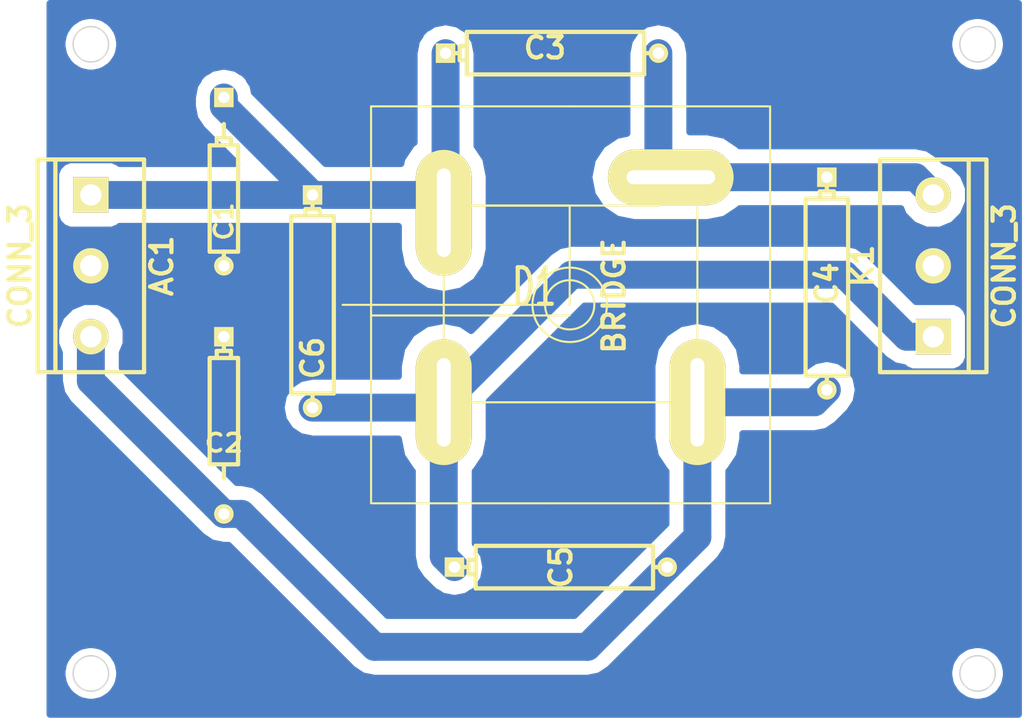
<source format=kicad_pcb>
(kicad_pcb (version 3) (host pcbnew "(2013-jul-07)-stable")

  (general
    (links 17)
    (no_connects 0)
    (area 32.3756 52.07 100.3394 103.505001)
    (thickness 1.6)
    (drawings 4)
    (tracks 30)
    (zones 0)
    (modules 9)
    (nets 6)
  )

  (page A4 portrait)
  (layers
    (15 F.Cu power)
    (0 B.Cu power)
    (17 F.Adhes user)
    (19 F.Paste user)
    (21 F.SilkS user)
    (23 F.Mask user)
    (28 Edge.Cuts user)
  )

  (setup
    (last_trace_width 2)
    (trace_clearance 1)
    (zone_clearance 0.508)
    (zone_45_only no)
    (trace_min 0.254)
    (segment_width 0.2)
    (edge_width 0.1)
    (via_size 0.889)
    (via_drill 0.635)
    (via_min_size 0.889)
    (via_min_drill 0.508)
    (uvia_size 0.508)
    (uvia_drill 0.127)
    (uvias_allowed no)
    (uvia_min_size 0.508)
    (uvia_min_drill 0.127)
    (pcb_text_width 0.3)
    (pcb_text_size 1.5 1.5)
    (mod_edge_width 0.15)
    (mod_text_size 1 1)
    (mod_text_width 0.15)
    (pad_size 4 9)
    (pad_drill 1)
    (pad_to_mask_clearance 0.2)
    (solder_mask_min_width 0.3)
    (aux_axis_origin 0 0)
    (visible_elements FFFFFFBF)
    (pcbplotparams
      (layerselection 8388609)
      (usegerberextensions false)
      (excludeedgelayer false)
      (linewidth 0.150000)
      (plotframeref false)
      (viasonmask false)
      (mode 1)
      (useauxorigin false)
      (hpglpennumber 1)
      (hpglpenspeed 20)
      (hpglpendiameter 15)
      (hpglpenoverlay 2)
      (psnegative false)
      (psa4output false)
      (plotreference true)
      (plotvalue true)
      (plotothertext true)
      (plotinvisibletext false)
      (padsonsilk false)
      (subtractmaskfromsilk false)
      (outputformat 5)
      (mirror false)
      (drillshape 1)
      (scaleselection 1)
      (outputdirectory output/))
  )

  (net 0 "")
  (net 1 /AGND)
  (net 2 /V+)
  (net 3 /V-)
  (net 4 N-000003)
  (net 5 N-000004)

  (net_class Default "This is the default net class."
    (clearance 1)
    (trace_width 2)
    (via_dia 0.889)
    (via_drill 0.635)
    (uvia_dia 0.508)
    (uvia_drill 0.127)
    (add_net "")
    (add_net /AGND)
    (add_net /V+)
    (add_net /V-)
    (add_net N-000003)
    (add_net N-000004)
  )

  (module bornier4 (layer F.Cu) (tedit 55931FD5) (tstamp 55931FF4)
    (at 65.405 73.279 90)
    (descr "Bornier d'alimentation 4 pins")
    (tags DEV)
    (path /5491B5FD)
    (fp_text reference D1 (at 0.635 -0.635 180) (layer F.SilkS)
      (effects (font (size 2.6162 1.59766) (thickness 0.3048)))
    )
    (fp_text value BRIDGE (at 0 5.08 90) (layer F.SilkS)
      (effects (font (size 1.524 1.524) (thickness 0.3048)))
    )
    (fp_line (start -1.397 1.905) (end -1.397 -12.319) (layer F.SilkS) (width 0.15))
    (fp_line (start -14.859 -12.192) (end -14.859 0.508) (layer F.SilkS) (width 0.15))
    (fp_line (start 13.589 1.905) (end 13.589 -12.319) (layer F.SilkS) (width 0.15))
    (fp_line (start 13.589 -12.319) (end -14.859 -12.319) (layer F.SilkS) (width 0.15))
    (fp_line (start -14.859 16.256) (end 13.589 16.256) (layer F.SilkS) (width 0.15))
    (fp_line (start 13.589 16.129) (end 13.589 1.905) (layer F.SilkS) (width 0.15))
    (fp_line (start -14.859 0.508) (end -14.859 16.256) (layer F.SilkS) (width 0.15))
    (fp_circle (center -0.635 1.905) (end -3.302 1.905) (layer F.SilkS) (width 0.15))
    (fp_circle (center -0.635 1.905) (end -2.159 1.016) (layer F.SilkS) (width 0.15))
    (fp_line (start 6.477 1.905) (end -0.635 1.905) (layer F.SilkS) (width 0.15))
    (fp_line (start 6.477 -7.112) (end 6.477 1.905) (layer F.SilkS) (width 0.15))
    (fp_line (start -0.635 -7.112) (end -0.635 -14.351) (layer F.SilkS) (width 0.15))
    (fp_line (start -0.635 -7.112) (end -0.635 0.127) (layer F.SilkS) (width 0.15))
    (fp_line (start -7.747 11.049) (end 8.509 11.049) (layer F.SilkS) (width 0.15))
    (fp_line (start -7.62 -7.112) (end -7.62 11.049) (layer F.SilkS) (width 0.15))
    (fp_line (start 6.604 -7.112) (end -7.747 -7.112) (layer F.SilkS) (width 0.15))
    (fp_line (start 6.604 8.382) (end 6.604 9.144) (layer F.SilkS) (width 0.15))
    (fp_line (start 6.477 -7.112) (end 6.477 8.382) (layer F.SilkS) (width 0.15))
    (pad 1 thru_hole oval (at -7.62 -7.112 270) (size 9 4) (drill oval 6.35 1)
      (layers *.Cu *.Mask F.SilkS)
      (net 3 /V-)
    )
    (pad 2 thru_hole oval (at -7.62 11.049 270) (size 9 4) (drill oval 6.35 1)
      (layers *.Cu *.Mask F.SilkS)
      (net 4 N-000003)
    )
    (pad 4 thru_hole oval (at 5.969 -7.112 270) (size 9 4) (drill oval 6.35 1)
      (layers *.Cu *.Mask F.SilkS)
      (net 5 N-000004)
    )
    (pad 3 thru_hole oval (at 8.509 9.144 270) (size 4 9) (drill oval 1 6.35)
      (layers *.Cu *.Mask F.SilkS)
      (net 2 /V+)
    )
    (model device/bornier_4.wrl
      (at (xyz 0 0 0))
      (scale (xyz 1 1 1))
      (rotate (xyz 0 0 0))
    )
  )

  (module bornier3 (layer F.Cu) (tedit 3EC0ECFA) (tstamp 524ACF3F)
    (at 33.02 71.12 270)
    (descr "Bornier d'alimentation 3 pins")
    (tags DEV)
    (path /52497BBA)
    (fp_text reference AC1 (at 0 -5.08 270) (layer F.SilkS)
      (effects (font (size 1.524 1.524) (thickness 0.3048)))
    )
    (fp_text value CONN_3 (at 0 5.08 270) (layer F.SilkS)
      (effects (font (size 1.524 1.524) (thickness 0.3048)))
    )
    (fp_line (start -7.62 3.81) (end -7.62 -3.81) (layer F.SilkS) (width 0.3048))
    (fp_line (start 7.62 3.81) (end 7.62 -3.81) (layer F.SilkS) (width 0.3048))
    (fp_line (start -7.62 2.54) (end 7.62 2.54) (layer F.SilkS) (width 0.3048))
    (fp_line (start -7.62 -3.81) (end 7.62 -3.81) (layer F.SilkS) (width 0.3048))
    (fp_line (start -7.62 3.81) (end 7.62 3.81) (layer F.SilkS) (width 0.3048))
    (pad 1 thru_hole rect (at -5.08 0 270) (size 2.54 2.54) (drill 1.524)
      (layers *.Cu *.Mask F.SilkS)
      (net 5 N-000004)
    )
    (pad 2 thru_hole circle (at 0 0 270) (size 2.54 2.54) (drill 1.524)
      (layers *.Cu *.Mask F.SilkS)
      (net 1 /AGND)
    )
    (pad 3 thru_hole circle (at 5.08 0 270) (size 2.54 2.54) (drill 1.524)
      (layers *.Cu *.Mask F.SilkS)
      (net 4 N-000003)
    )
    (model device/bornier_3.wrl
      (at (xyz 0 0 0))
      (scale (xyz 1 1 1))
      (rotate (xyz 0 0 0))
    )
  )

  (module CP4 (layer F.Cu) (tedit 55914AA4) (tstamp 524ACE73)
    (at 42.545 81.28 270)
    (descr "Condensateur polarise")
    (tags CP)
    (path /52497C14)
    (fp_text reference C2 (at 2.54 0 360) (layer F.SilkS)
      (effects (font (size 1.27 1.397) (thickness 0.254)))
    )
    (fp_text value 470nF (at 0.508 0 270) (layer F.SilkS) hide
      (effects (font (size 1.27 1.143) (thickness 0.254)))
    )
    (fp_line (start 5.08 0) (end 4.064 0) (layer F.SilkS) (width 0.3048))
    (fp_line (start 4.064 0) (end 4.064 1.016) (layer F.SilkS) (width 0.3048))
    (fp_line (start 4.064 1.016) (end -3.556 1.016) (layer F.SilkS) (width 0.3048))
    (fp_line (start -3.556 1.016) (end -3.556 -1.016) (layer F.SilkS) (width 0.3048))
    (fp_line (start -3.556 -1.016) (end 4.064 -1.016) (layer F.SilkS) (width 0.3048))
    (fp_line (start 4.064 -1.016) (end 4.064 0) (layer F.SilkS) (width 0.3048))
    (fp_line (start -5.08 0) (end -4.064 0) (layer F.SilkS) (width 0.3048))
    (fp_line (start -3.556 0.508) (end -4.064 0.508) (layer F.SilkS) (width 0.3048))
    (fp_line (start -4.064 0.508) (end -4.064 -0.508) (layer F.SilkS) (width 0.3048))
    (fp_line (start -4.064 -0.508) (end -3.556 -0.508) (layer F.SilkS) (width 0.3048))
    (pad 1 thru_hole rect (at -5.08 0 270) (size 1.397 1.397) (drill 0.8128)
      (layers *.Cu *.Mask F.SilkS)
      (net 1 /AGND)
    )
    (pad 2 thru_hole circle (at 7.62 0 270) (size 1.397 1.397) (drill 0.8128)
      (layers *.Cu *.Mask F.SilkS)
      (net 4 N-000003)
    )
    (model discret/c_pol.wrl
      (at (xyz 0 0 0))
      (scale (xyz 0.4 0.4 0.4))
      (rotate (xyz 0 0 0))
    )
  )

  (module CP4 (layer F.Cu) (tedit 55914A99) (tstamp 524ACE7E)
    (at 42.545 66.04 270)
    (descr "Condensateur polarise")
    (tags CP)
    (path /52497C07)
    (fp_text reference C1 (at 1.905 0 270) (layer F.SilkS)
      (effects (font (size 1.27 1.397) (thickness 0.254)))
    )
    (fp_text value 470nF (at 0.508 0 270) (layer F.SilkS) hide
      (effects (font (size 1.27 1.143) (thickness 0.254)))
    )
    (fp_line (start 5.08 0) (end 4.064 0) (layer F.SilkS) (width 0.3048))
    (fp_line (start 4.064 0) (end 4.064 1.016) (layer F.SilkS) (width 0.3048))
    (fp_line (start 4.064 1.016) (end -3.556 1.016) (layer F.SilkS) (width 0.3048))
    (fp_line (start -3.556 1.016) (end -3.556 -1.016) (layer F.SilkS) (width 0.3048))
    (fp_line (start -3.556 -1.016) (end 4.064 -1.016) (layer F.SilkS) (width 0.3048))
    (fp_line (start 4.064 -1.016) (end 4.064 0) (layer F.SilkS) (width 0.3048))
    (fp_line (start -5.08 0) (end -4.064 0) (layer F.SilkS) (width 0.3048))
    (fp_line (start -3.556 0.508) (end -4.064 0.508) (layer F.SilkS) (width 0.3048))
    (fp_line (start -4.064 0.508) (end -4.064 -0.508) (layer F.SilkS) (width 0.3048))
    (fp_line (start -4.064 -0.508) (end -3.556 -0.508) (layer F.SilkS) (width 0.3048))
    (pad 1 thru_hole rect (at -6.985 0 270) (size 1.397 1.397) (drill 0.8128)
      (layers *.Cu *.Mask F.SilkS)
      (net 5 N-000004)
    )
    (pad 2 thru_hole circle (at 5.08 0 270) (size 1.397 1.397) (drill 0.8128)
      (layers *.Cu *.Mask F.SilkS)
      (net 1 /AGND)
    )
    (model discret/c_pol.wrl
      (at (xyz 0 0 0))
      (scale (xyz 0.4 0.4 0.4))
      (rotate (xyz 0 0 0))
    )
  )

  (module CP6 (layer F.Cu) (tedit 55931FEC) (tstamp 524ACE89)
    (at 66.04 55.88)
    (descr "Condensateur polarise")
    (tags CP)
    (path /52497C74)
    (fp_text reference C3 (at -0.508 -0.381) (layer F.SilkS)
      (effects (font (size 1.524 1.524) (thickness 0.3048)))
    )
    (fp_text value 100nF (at 0.635 0) (layer F.SilkS) hide
      (effects (font (size 1.524 1.524) (thickness 0.3048)))
    )
    (fp_line (start -7.62 0) (end -6.604 0) (layer F.SilkS) (width 0.3048))
    (fp_line (start -6.096 0.508) (end -6.604 0.508) (layer F.SilkS) (width 0.3048))
    (fp_line (start -6.604 0.508) (end -6.604 -0.508) (layer F.SilkS) (width 0.3048))
    (fp_line (start -6.604 -0.508) (end -6.096 -0.508) (layer F.SilkS) (width 0.3048))
    (fp_line (start 7.62 0) (end 6.604 0) (layer F.SilkS) (width 0.3048))
    (fp_line (start 6.604 0) (end 6.604 -1.524) (layer F.SilkS) (width 0.3048))
    (fp_line (start 6.604 -1.524) (end -6.096 -1.524) (layer F.SilkS) (width 0.3048))
    (fp_line (start -6.096 -1.524) (end -6.096 1.524) (layer F.SilkS) (width 0.3048))
    (fp_line (start -6.096 1.524) (end 6.604 1.524) (layer F.SilkS) (width 0.3048))
    (fp_line (start 6.604 1.524) (end 6.604 0) (layer F.SilkS) (width 0.3048))
    (pad 1 thru_hole rect (at -7.62 0) (size 1.397 1.397) (drill 0.8128)
      (layers *.Cu *.Mask F.SilkS)
      (net 5 N-000004)
    )
    (pad 2 thru_hole circle (at 7.62 0) (size 1.397 1.397) (drill 0.8128)
      (layers *.Cu *.Mask F.SilkS)
      (net 2 /V+)
    )
    (model discret/c_pol.wrl
      (at (xyz 0 0 0))
      (scale (xyz 0.6 0.6 0.6))
      (rotate (xyz 0 0 0))
    )
  )

  (module CP6 (layer F.Cu) (tedit 5491C133) (tstamp 524ACE94)
    (at 85.725 72.39 270)
    (descr "Condensateur polarise")
    (tags CP)
    (path /52497C7E)
    (fp_text reference C4 (at 0 0 270) (layer F.SilkS)
      (effects (font (size 1.524 1.524) (thickness 0.3048)))
    )
    (fp_text value 100nF (at 0.635 0 270) (layer F.SilkS) hide
      (effects (font (size 1.524 1.524) (thickness 0.3048)))
    )
    (fp_line (start -7.62 0) (end -6.604 0) (layer F.SilkS) (width 0.3048))
    (fp_line (start -6.096 0.508) (end -6.604 0.508) (layer F.SilkS) (width 0.3048))
    (fp_line (start -6.604 0.508) (end -6.604 -0.508) (layer F.SilkS) (width 0.3048))
    (fp_line (start -6.604 -0.508) (end -6.096 -0.508) (layer F.SilkS) (width 0.3048))
    (fp_line (start 7.62 0) (end 6.604 0) (layer F.SilkS) (width 0.3048))
    (fp_line (start 6.604 0) (end 6.604 -1.524) (layer F.SilkS) (width 0.3048))
    (fp_line (start 6.604 -1.524) (end -6.096 -1.524) (layer F.SilkS) (width 0.3048))
    (fp_line (start -6.096 -1.524) (end -6.096 1.524) (layer F.SilkS) (width 0.3048))
    (fp_line (start -6.096 1.524) (end 6.604 1.524) (layer F.SilkS) (width 0.3048))
    (fp_line (start 6.604 1.524) (end 6.604 0) (layer F.SilkS) (width 0.3048))
    (pad 1 thru_hole rect (at -7.62 0 270) (size 1.397 1.397) (drill 0.8128)
      (layers *.Cu *.Mask F.SilkS)
      (net 2 /V+)
    )
    (pad 2 thru_hole circle (at 7.62 0 270) (size 1.397 1.397) (drill 0.8128)
      (layers *.Cu *.Mask F.SilkS)
      (net 4 N-000003)
    )
    (model discret/c_pol.wrl
      (at (xyz 0 0 0))
      (scale (xyz 0.6 0.6 0.6))
      (rotate (xyz 0 0 0))
    )
  )

  (module CP6 (layer F.Cu) (tedit 5491BCBE) (tstamp 524ACE9F)
    (at 66.675 92.71)
    (descr "Condensateur polarise")
    (tags CP)
    (path /52497C84)
    (fp_text reference C5 (at 0 0 90) (layer F.SilkS)
      (effects (font (size 1.524 1.524) (thickness 0.3048)))
    )
    (fp_text value 100nF (at 0.635 0) (layer F.SilkS) hide
      (effects (font (size 1.524 1.524) (thickness 0.3048)))
    )
    (fp_line (start -7.62 0) (end -6.604 0) (layer F.SilkS) (width 0.3048))
    (fp_line (start -6.096 0.508) (end -6.604 0.508) (layer F.SilkS) (width 0.3048))
    (fp_line (start -6.604 0.508) (end -6.604 -0.508) (layer F.SilkS) (width 0.3048))
    (fp_line (start -6.604 -0.508) (end -6.096 -0.508) (layer F.SilkS) (width 0.3048))
    (fp_line (start 7.62 0) (end 6.604 0) (layer F.SilkS) (width 0.3048))
    (fp_line (start 6.604 0) (end 6.604 -1.524) (layer F.SilkS) (width 0.3048))
    (fp_line (start 6.604 -1.524) (end -6.096 -1.524) (layer F.SilkS) (width 0.3048))
    (fp_line (start -6.096 -1.524) (end -6.096 1.524) (layer F.SilkS) (width 0.3048))
    (fp_line (start -6.096 1.524) (end 6.604 1.524) (layer F.SilkS) (width 0.3048))
    (fp_line (start 6.604 1.524) (end 6.604 0) (layer F.SilkS) (width 0.3048))
    (pad 1 thru_hole rect (at -7.62 0) (size 1.397 1.397) (drill 0.8128)
      (layers *.Cu *.Mask F.SilkS)
      (net 3 /V-)
    )
    (pad 2 thru_hole circle (at 7.62 0) (size 1.397 1.397) (drill 0.8128)
      (layers *.Cu *.Mask F.SilkS)
      (net 4 N-000003)
    )
    (model discret/c_pol.wrl
      (at (xyz 0 0 0))
      (scale (xyz 0.6 0.6 0.6))
      (rotate (xyz 0 0 0))
    )
  )

  (module CP6 (layer F.Cu) (tedit 52862BAF) (tstamp 524ACEAA)
    (at 48.895 73.66 270)
    (descr "Condensateur polarise")
    (tags CP)
    (path /52497C8D)
    (fp_text reference C6 (at 4.064 0 270) (layer F.SilkS)
      (effects (font (size 1.524 1.524) (thickness 0.3048)))
    )
    (fp_text value 100nF (at 0.635 0 270) (layer F.SilkS) hide
      (effects (font (size 1.524 1.524) (thickness 0.3048)))
    )
    (fp_line (start -7.62 0) (end -6.604 0) (layer F.SilkS) (width 0.3048))
    (fp_line (start -6.096 0.508) (end -6.604 0.508) (layer F.SilkS) (width 0.3048))
    (fp_line (start -6.604 0.508) (end -6.604 -0.508) (layer F.SilkS) (width 0.3048))
    (fp_line (start -6.604 -0.508) (end -6.096 -0.508) (layer F.SilkS) (width 0.3048))
    (fp_line (start 7.62 0) (end 6.604 0) (layer F.SilkS) (width 0.3048))
    (fp_line (start 6.604 0) (end 6.604 -1.524) (layer F.SilkS) (width 0.3048))
    (fp_line (start 6.604 -1.524) (end -6.096 -1.524) (layer F.SilkS) (width 0.3048))
    (fp_line (start -6.096 -1.524) (end -6.096 1.524) (layer F.SilkS) (width 0.3048))
    (fp_line (start -6.096 1.524) (end 6.604 1.524) (layer F.SilkS) (width 0.3048))
    (fp_line (start 6.604 1.524) (end 6.604 0) (layer F.SilkS) (width 0.3048))
    (pad 1 thru_hole rect (at -7.62 0 270) (size 1.397 1.397) (drill 0.8128)
      (layers *.Cu *.Mask F.SilkS)
      (net 5 N-000004)
    )
    (pad 2 thru_hole circle (at 7.62 0 270) (size 1.397 1.397) (drill 0.8128)
      (layers *.Cu *.Mask F.SilkS)
      (net 3 /V-)
    )
    (model discret/c_pol.wrl
      (at (xyz 0 0 0))
      (scale (xyz 0.6 0.6 0.6))
      (rotate (xyz 0 0 0))
    )
  )

  (module bornier3 (layer F.Cu) (tedit 3EC0ECFA) (tstamp 54921C81)
    (at 93.345 71.12 90)
    (descr "Bornier d'alimentation 3 pins")
    (tags DEV)
    (path /54921C45)
    (fp_text reference K1 (at 0 -5.08 90) (layer F.SilkS)
      (effects (font (size 1.524 1.524) (thickness 0.3048)))
    )
    (fp_text value CONN_3 (at 0 5.08 90) (layer F.SilkS)
      (effects (font (size 1.524 1.524) (thickness 0.3048)))
    )
    (fp_line (start -7.62 3.81) (end -7.62 -3.81) (layer F.SilkS) (width 0.3048))
    (fp_line (start 7.62 3.81) (end 7.62 -3.81) (layer F.SilkS) (width 0.3048))
    (fp_line (start -7.62 2.54) (end 7.62 2.54) (layer F.SilkS) (width 0.3048))
    (fp_line (start -7.62 -3.81) (end 7.62 -3.81) (layer F.SilkS) (width 0.3048))
    (fp_line (start -7.62 3.81) (end 7.62 3.81) (layer F.SilkS) (width 0.3048))
    (pad 1 thru_hole rect (at -5.08 0 90) (size 2.54 2.54) (drill 1.524)
      (layers *.Cu *.Mask F.SilkS)
      (net 3 /V-)
    )
    (pad 2 thru_hole circle (at 0 0 90) (size 2.54 2.54) (drill 1.524)
      (layers *.Cu *.Mask F.SilkS)
      (net 1 /AGND)
    )
    (pad 3 thru_hole circle (at 5.08 0 90) (size 2.54 2.54) (drill 1.524)
      (layers *.Cu *.Mask F.SilkS)
      (net 2 /V+)
    )
    (model device/bornier_3.wrl
      (at (xyz 0 0 0))
      (scale (xyz 1 1 1))
      (rotate (xyz 0 0 0))
    )
  )

  (gr_circle (center 33.02 100.33) (end 34.29 100.33) (layer Edge.Cuts) (width 0.1))
  (gr_circle (center 96.52 100.33) (end 97.79 100.33) (layer Edge.Cuts) (width 0.1))
  (gr_circle (center 96.52 55.245) (end 97.79 55.245) (layer Edge.Cuts) (width 0.1))
  (gr_circle (center 33.02 55.245) (end 34.29 55.245) (layer Edge.Cuts) (width 0.1))

  (segment (start 85.725 64.77) (end 92.075 64.77) (width 2) (layer B.Cu) (net 2))
  (segment (start 92.075 64.77) (end 93.345 66.04) (width 2) (layer B.Cu) (net 2) (tstamp 5593233A))
  (segment (start 74.549 64.77) (end 85.725 64.77) (width 2) (layer B.Cu) (net 2))
  (segment (start 73.66 55.88) (end 73.66 63.881) (width 2) (layer B.Cu) (net 2))
  (segment (start 73.66 63.881) (end 74.549 64.77) (width 2) (layer B.Cu) (net 2) (tstamp 559322B2))
  (segment (start 93.345 76.2) (end 91.44 76.2) (width 2) (layer B.Cu) (net 3))
  (segment (start 67.437 71.755) (end 58.293 80.899) (width 2) (layer B.Cu) (net 3) (tstamp 55932340))
  (segment (start 86.995 71.755) (end 67.437 71.755) (width 2) (layer B.Cu) (net 3) (tstamp 5593233F))
  (segment (start 91.44 76.2) (end 86.995 71.755) (width 2) (layer B.Cu) (net 3) (tstamp 5593233E))
  (segment (start 58.293 80.899) (end 58.293 91.948) (width 2) (layer B.Cu) (net 3))
  (segment (start 58.293 91.948) (end 59.055 92.71) (width 2) (layer B.Cu) (net 3) (tstamp 559322D8))
  (segment (start 48.895 81.28) (end 57.912 81.28) (width 2) (layer B.Cu) (net 3))
  (segment (start 57.912 81.28) (end 58.293 80.899) (width 2) (layer B.Cu) (net 3) (tstamp 559322D5))
  (segment (start 42.545 88.9) (end 43.815 88.9) (width 2) (layer B.Cu) (net 4) (status 400000))
  (segment (start 68.58 98.425) (end 74.295 92.71) (width 2) (layer B.Cu) (net 4) (tstamp 55C4A05A) (status 800000))
  (segment (start 53.34 98.425) (end 68.58 98.425) (width 2) (layer B.Cu) (net 4) (tstamp 55C4A058))
  (segment (start 43.815 88.9) (end 53.34 98.425) (width 2) (layer B.Cu) (net 4) (tstamp 55C4A057))
  (segment (start 33.02 76.2) (end 33.02 79.375) (width 2) (layer B.Cu) (net 4) (status 400000))
  (segment (start 33.02 79.375) (end 42.545 88.9) (width 2) (layer B.Cu) (net 4) (tstamp 55C4A053) (status 800000))
  (segment (start 76.454 80.899) (end 76.454 90.551) (width 2) (layer B.Cu) (net 4))
  (segment (start 76.454 90.551) (end 74.295 92.71) (width 2) (layer B.Cu) (net 4) (tstamp 559322CC))
  (segment (start 76.454 80.899) (end 84.836 80.899) (width 2) (layer B.Cu) (net 4))
  (segment (start 84.836 80.899) (end 85.725 80.01) (width 2) (layer B.Cu) (net 4) (tstamp 559322BC))
  (segment (start 33.02 66.04) (end 48.895 66.04) (width 2) (layer B.Cu) (net 5) (status C00000))
  (segment (start 42.545 59.055) (end 42.545 59.69) (width 2) (layer B.Cu) (net 5) (tstamp 55C4A04E) (status C00000))
  (segment (start 42.545 59.69) (end 48.895 66.04) (width 2) (layer B.Cu) (net 5) (tstamp 55C4A050) (status C00000))
  (segment (start 48.895 66.04) (end 57.023 66.04) (width 2) (layer B.Cu) (net 5))
  (segment (start 57.023 66.04) (end 58.293 67.31) (width 2) (layer B.Cu) (net 5) (tstamp 559322DC))
  (segment (start 58.42 55.88) (end 58.42 67.183) (width 2) (layer B.Cu) (net 5))
  (segment (start 58.42 67.183) (end 58.293 67.31) (width 2) (layer B.Cu) (net 5) (tstamp 559322AF))

  (zone (net 1) (net_name /AGND) (layer B.Cu) (tstamp 55914831) (hatch edge 0.508)
    (connect_pads yes (clearance 0.508))
    (min_thickness 0.5)
    (fill (arc_segments 16) (thermal_gap 0.508) (thermal_bridge_width 0.508))
    (polygon
      (pts
        (xy 29.845 52.07) (xy 29.845 103.505) (xy 99.695 103.505) (xy 99.695 52.07)
      )
    )
    (filled_polygon
      (pts
        (xy 99.445 103.255) (xy 98.582188 103.255) (xy 98.582188 100.486858) (xy 98.582051 100.33) (xy 98.582188 100.173142)
        (xy 98.582188 55.401858) (xy 98.582051 55.245) (xy 98.582188 55.088142) (xy 98.581913 55.086753) (xy 98.581913 55.086592)
        (xy 98.581852 55.086445) (xy 98.485939 54.602051) (xy 98.365546 54.310678) (xy 98.363981 54.30911) (xy 98.09049 53.899027)
        (xy 98.089701 53.897127) (xy 97.86658 53.674396) (xy 97.455857 53.400478) (xy 97.454406 53.399029) (xy 97.163033 53.278637)
        (xy 96.676941 53.182388) (xy 96.361676 53.182663) (xy 96.359653 53.183502) (xy 95.877051 53.279061) (xy 95.585678 53.399454)
        (xy 95.58411 53.401018) (xy 95.174027 53.674509) (xy 95.172127 53.675299) (xy 94.949396 53.89842) (xy 94.675478 54.309142)
        (xy 94.674029 54.310594) (xy 94.553637 54.601967) (xy 94.457388 55.088059) (xy 94.457524 55.245) (xy 94.457388 55.401941)
        (xy 94.553637 55.888033) (xy 94.674029 56.179406) (xy 94.675478 56.180857) (xy 94.949396 56.59158) (xy 95.172127 56.814701)
        (xy 95.174027 56.81549) (xy 95.58411 57.088981) (xy 95.585678 57.090546) (xy 95.877051 57.210939) (xy 96.359653 57.306497)
        (xy 96.361676 57.307337) (xy 96.676941 57.307612) (xy 97.163033 57.211363) (xy 97.454406 57.090971) (xy 97.455857 57.089521)
        (xy 97.86658 56.815604) (xy 98.089701 56.592873) (xy 98.09049 56.590972) (xy 98.363981 56.180889) (xy 98.365546 56.179322)
        (xy 98.485939 55.887949) (xy 98.581852 55.403554) (xy 98.581913 55.403408) (xy 98.581913 55.403246) (xy 98.582188 55.401858)
        (xy 98.582188 100.173142) (xy 98.581913 100.171753) (xy 98.581913 100.171592) (xy 98.581852 100.171445) (xy 98.485939 99.687051)
        (xy 98.365546 99.395678) (xy 98.363981 99.39411) (xy 98.09049 98.984027) (xy 98.089701 98.982127) (xy 97.86658 98.759396)
        (xy 97.455857 98.485478) (xy 97.454406 98.484029) (xy 97.163033 98.363637) (xy 96.676941 98.267388) (xy 96.361676 98.267663)
        (xy 96.359653 98.268502) (xy 95.877051 98.364061) (xy 95.865436 98.36886) (xy 95.865436 65.54094) (xy 95.482597 64.6144)
        (xy 94.774329 63.904894) (xy 94.120295 63.633315) (xy 93.66599 63.17901) (xy 92.936038 62.691271) (xy 92.075 62.52)
        (xy 85.725 62.52) (xy 79.491883 62.52) (xy 79.459746 62.471903) (xy 78.40537 61.767392) (xy 77.161649 61.52)
        (xy 75.91 61.52) (xy 75.91 55.88) (xy 75.738729 55.018962) (xy 75.25099 54.28901) (xy 74.521038 53.801271)
        (xy 73.66 53.63) (xy 72.798962 53.801271) (xy 72.06901 54.28901) (xy 71.581271 55.018962) (xy 71.41 55.88)
        (xy 71.41 61.624697) (xy 70.69263 61.767392) (xy 69.638254 62.471903) (xy 68.933743 63.526279) (xy 68.686351 64.77)
        (xy 68.933743 66.013721) (xy 69.638254 67.068097) (xy 70.69263 67.772608) (xy 71.936351 68.02) (xy 77.161649 68.02)
        (xy 78.40537 67.772608) (xy 79.459746 67.068097) (xy 79.491883 67.02) (xy 85.725 67.02) (xy 91.023284 67.02)
        (xy 91.207403 67.4656) (xy 91.915671 68.175106) (xy 92.841542 68.559561) (xy 93.84406 68.560436) (xy 94.7706 68.177597)
        (xy 95.480106 67.469329) (xy 95.864561 66.543458) (xy 95.865436 65.54094) (xy 95.865436 98.36886) (xy 95.865216 98.368951)
        (xy 95.865216 77.222451) (xy 95.865216 74.682451) (xy 95.675316 74.222858) (xy 95.323993 73.87092) (xy 94.864731 73.680218)
        (xy 94.367451 73.679784) (xy 92.101764 73.679784) (xy 88.58599 70.16401) (xy 87.856038 69.676271) (xy 86.995 69.505)
        (xy 67.437 69.505) (xy 66.575962 69.676271) (xy 65.846009 70.16401) (xy 61.543 74.467018) (xy 61.543 69.922649)
        (xy 61.543 64.697351) (xy 61.295608 63.45363) (xy 60.67 62.51734) (xy 60.67 55.88) (xy 60.498729 55.018962)
        (xy 60.250083 54.646837) (xy 60.178816 54.474358) (xy 60.045804 54.341113) (xy 60.01099 54.28901) (xy 59.959342 54.254499)
        (xy 59.827493 54.12242) (xy 59.653616 54.05022) (xy 59.281038 53.801271) (xy 58.42 53.63) (xy 57.558962 53.801271)
        (xy 57.186837 54.049916) (xy 57.014358 54.121184) (xy 56.881113 54.254195) (xy 56.82901 54.28901) (xy 56.794499 54.340657)
        (xy 56.66242 54.472507) (xy 56.59022 54.646383) (xy 56.341271 55.018962) (xy 56.17 55.88) (xy 56.17 62.282258)
        (xy 55.994903 62.399254) (xy 55.290392 63.45363) (xy 55.223483 63.79) (xy 49.82698 63.79) (xy 44.721259 58.684279)
        (xy 44.623729 58.193962) (xy 44.375083 57.821837) (xy 44.303816 57.649358) (xy 44.170804 57.516113) (xy 44.13599 57.46401)
        (xy 44.084342 57.429499) (xy 43.952493 57.29742) (xy 43.778616 57.22522) (xy 43.406038 56.976271) (xy 42.545 56.805)
        (xy 41.683962 56.976271) (xy 41.311837 57.224916) (xy 41.139358 57.296184) (xy 41.006113 57.429195) (xy 40.95401 57.46401)
        (xy 40.919499 57.515657) (xy 40.78742 57.647507) (xy 40.71522 57.821383) (xy 40.466271 58.193962) (xy 40.295 59.055)
        (xy 40.295 59.69) (xy 40.466271 60.551038) (xy 40.95401 61.28099) (xy 43.463019 63.79) (xy 35.082188 63.79)
        (xy 35.082188 55.401858) (xy 35.082051 55.245) (xy 35.082188 55.088142) (xy 35.081913 55.086753) (xy 35.081913 55.086592)
        (xy 35.081852 55.086445) (xy 34.985939 54.602051) (xy 34.865546 54.310678) (xy 34.863981 54.30911) (xy 34.59049 53.899027)
        (xy 34.589701 53.897127) (xy 34.36658 53.674396) (xy 33.955857 53.400478) (xy 33.954406 53.399029) (xy 33.663033 53.278637)
        (xy 33.176941 53.182388) (xy 32.861676 53.182663) (xy 32.859653 53.183502) (xy 32.377051 53.279061) (xy 32.085678 53.399454)
        (xy 32.08411 53.401018) (xy 31.674027 53.674509) (xy 31.672127 53.675299) (xy 31.449396 53.89842) (xy 31.175478 54.309142)
        (xy 31.174029 54.310594) (xy 31.053637 54.601967) (xy 30.957388 55.088059) (xy 30.957524 55.245) (xy 30.957388 55.401941)
        (xy 31.053637 55.888033) (xy 31.174029 56.179406) (xy 31.175478 56.180857) (xy 31.449396 56.59158) (xy 31.672127 56.814701)
        (xy 31.674027 56.81549) (xy 32.08411 57.088981) (xy 32.085678 57.090546) (xy 32.377051 57.210939) (xy 32.859653 57.306497)
        (xy 32.861676 57.307337) (xy 33.176941 57.307612) (xy 33.663033 57.211363) (xy 33.954406 57.090971) (xy 33.955857 57.089521)
        (xy 34.36658 56.815604) (xy 34.589701 56.592873) (xy 34.59049 56.590972) (xy 34.863981 56.180889) (xy 34.865546 56.179322)
        (xy 34.985939 55.887949) (xy 35.081852 55.403554) (xy 35.081913 55.403408) (xy 35.081913 55.403246) (xy 35.082188 55.401858)
        (xy 35.082188 63.79) (xy 35.077934 63.79) (xy 34.998993 63.71092) (xy 34.539731 63.520218) (xy 34.042451 63.519784)
        (xy 31.502451 63.519784) (xy 31.042858 63.709684) (xy 30.69092 64.061007) (xy 30.500218 64.520269) (xy 30.499784 65.017549)
        (xy 30.499784 67.557549) (xy 30.689684 68.017142) (xy 31.041007 68.36908) (xy 31.500269 68.559782) (xy 31.997549 68.560216)
        (xy 34.537549 68.560216) (xy 34.997142 68.370316) (xy 35.077598 68.29) (xy 48.895 68.29) (xy 55.043 68.29)
        (xy 55.043 69.922649) (xy 55.290392 71.16637) (xy 55.994903 72.220746) (xy 57.049279 72.925257) (xy 58.293 73.172649)
        (xy 59.536721 72.925257) (xy 60.591097 72.220746) (xy 61.295608 71.16637) (xy 61.543 69.922649) (xy 61.543 74.467018)
        (xy 60.249807 75.760211) (xy 59.536721 75.283743) (xy 58.293 75.036351) (xy 57.049279 75.283743) (xy 55.994903 75.988254)
        (xy 55.290392 77.04263) (xy 55.043 78.286351) (xy 55.043 79.03) (xy 48.895 79.03) (xy 48.033962 79.201271)
        (xy 47.30401 79.68901) (xy 46.816271 80.418962) (xy 46.645 81.28) (xy 46.816271 82.141038) (xy 47.30401 82.87099)
        (xy 48.033962 83.358729) (xy 48.895 83.53) (xy 55.04665 83.53) (xy 55.290392 84.75537) (xy 55.994903 85.809746)
        (xy 56.043 85.841883) (xy 56.043 91.948) (xy 56.214271 92.809038) (xy 56.70201 93.53899) (xy 57.464009 94.30099)
        (xy 57.515659 94.335501) (xy 57.647507 94.46758) (xy 57.821382 94.539779) (xy 58.193962 94.788729) (xy 59.054999 94.959999)
        (xy 59.916037 94.788729) (xy 60.28816 94.540083) (xy 60.460642 94.468816) (xy 60.593886 94.335804) (xy 60.64599 94.30099)
        (xy 60.680499 94.249342) (xy 60.81258 94.117493) (xy 60.88478 93.943614) (xy 61.133729 93.571037) (xy 61.304999 92.709999)
        (xy 61.133729 91.848962) (xy 60.885082 91.476836) (xy 60.813816 91.304358) (xy 60.680806 91.171115) (xy 60.64599 91.119009)
        (xy 60.543 91.016019) (xy 60.543 85.841883) (xy 60.591097 85.809746) (xy 61.295608 84.75537) (xy 61.543 83.511649)
        (xy 61.543 80.83098) (xy 68.36898 74.005) (xy 86.06302 74.005) (xy 89.84901 77.79099) (xy 90.578962 78.278729)
        (xy 91.249172 78.412041) (xy 91.249173 78.412042) (xy 91.366007 78.52908) (xy 91.825269 78.719782) (xy 92.322549 78.720216)
        (xy 94.862549 78.720216) (xy 95.322142 78.530316) (xy 95.67408 78.178993) (xy 95.864782 77.719731) (xy 95.865216 77.222451)
        (xy 95.865216 98.368951) (xy 95.585678 98.484454) (xy 95.58411 98.486018) (xy 95.174027 98.759509) (xy 95.172127 98.760299)
        (xy 94.949396 98.98342) (xy 94.675478 99.394142) (xy 94.674029 99.395594) (xy 94.553637 99.686967) (xy 94.457388 100.173059)
        (xy 94.457524 100.33) (xy 94.457388 100.486941) (xy 94.553637 100.973033) (xy 94.674029 101.264406) (xy 94.675478 101.265857)
        (xy 94.949396 101.67658) (xy 95.172127 101.899701) (xy 95.174027 101.90049) (xy 95.58411 102.173981) (xy 95.585678 102.175546)
        (xy 95.877051 102.295939) (xy 96.359653 102.391497) (xy 96.361676 102.392337) (xy 96.676941 102.392612) (xy 97.163033 102.296363)
        (xy 97.454406 102.175971) (xy 97.455857 102.174521) (xy 97.86658 101.900604) (xy 98.089701 101.677873) (xy 98.09049 101.675972)
        (xy 98.363981 101.265889) (xy 98.365546 101.264322) (xy 98.485939 100.972949) (xy 98.581852 100.488554) (xy 98.581913 100.488408)
        (xy 98.581913 100.488246) (xy 98.582188 100.486858) (xy 98.582188 103.255) (xy 87.974999 103.255) (xy 87.974999 80.010001)
        (xy 87.803729 79.148963) (xy 87.31599 78.41901) (xy 86.586037 77.931271) (xy 85.724999 77.760001) (xy 84.863962 77.931271)
        (xy 84.134009 78.41901) (xy 83.904019 78.649) (xy 79.704 78.649) (xy 79.704 78.286351) (xy 79.456608 77.04263)
        (xy 78.752097 75.988254) (xy 77.697721 75.283743) (xy 76.454 75.036351) (xy 75.210279 75.283743) (xy 74.155903 75.988254)
        (xy 73.451392 77.04263) (xy 73.204 78.286351) (xy 73.204 83.511649) (xy 73.451392 84.75537) (xy 74.155903 85.809746)
        (xy 74.204 85.841883) (xy 74.204 89.61902) (xy 72.704012 91.119007) (xy 72.704009 91.11901) (xy 67.648019 96.175)
        (xy 54.27198 96.175) (xy 45.40599 87.30901) (xy 44.676038 86.821271) (xy 43.815 86.65) (xy 43.47698 86.65)
        (xy 35.27 78.44302) (xy 35.27 77.352633) (xy 35.539561 76.703458) (xy 35.540436 75.70094) (xy 35.157597 74.7744)
        (xy 34.449329 74.064894) (xy 33.523458 73.680439) (xy 32.52094 73.679564) (xy 31.5944 74.062403) (xy 30.884894 74.770671)
        (xy 30.500439 75.696542) (xy 30.499564 76.69906) (xy 30.77 77.353564) (xy 30.77 79.375) (xy 30.941271 80.236038)
        (xy 31.42901 80.96599) (xy 40.95401 90.49099) (xy 41.683962 90.978729) (xy 42.545 91.15) (xy 42.88302 91.15)
        (xy 51.74901 100.01599) (xy 52.478962 100.503729) (xy 53.34 100.675) (xy 68.58 100.675) (xy 69.441038 100.503729)
        (xy 70.17099 100.01599) (xy 75.88599 94.300991) (xy 75.88599 94.30099) (xy 75.885992 94.300987) (xy 78.04499 92.14199)
        (xy 78.532729 91.412038) (xy 78.704 90.551) (xy 78.704 85.841883) (xy 78.752097 85.809746) (xy 79.456608 84.75537)
        (xy 79.704 83.511649) (xy 79.704 83.149) (xy 84.836 83.149) (xy 85.697038 82.977729) (xy 86.42699 82.48999)
        (xy 87.31599 81.600991) (xy 87.803729 80.871038) (xy 87.974999 80.010001) (xy 87.974999 103.255) (xy 35.082188 103.255)
        (xy 35.082188 100.486858) (xy 35.082051 100.33) (xy 35.082188 100.173142) (xy 35.081913 100.171753) (xy 35.081913 100.171592)
        (xy 35.081852 100.171445) (xy 34.985939 99.687051) (xy 34.865546 99.395678) (xy 34.863981 99.39411) (xy 34.59049 98.984027)
        (xy 34.589701 98.982127) (xy 34.36658 98.759396) (xy 33.955857 98.485478) (xy 33.954406 98.484029) (xy 33.663033 98.363637)
        (xy 33.176941 98.267388) (xy 32.861676 98.267663) (xy 32.859653 98.268502) (xy 32.377051 98.364061) (xy 32.085678 98.484454)
        (xy 32.08411 98.486018) (xy 31.674027 98.759509) (xy 31.672127 98.760299) (xy 31.449396 98.98342) (xy 31.175478 99.394142)
        (xy 31.174029 99.395594) (xy 31.053637 99.686967) (xy 30.957388 100.173059) (xy 30.957524 100.33) (xy 30.957388 100.486941)
        (xy 31.053637 100.973033) (xy 31.174029 101.264406) (xy 31.175478 101.265857) (xy 31.449396 101.67658) (xy 31.672127 101.899701)
        (xy 31.674027 101.90049) (xy 32.08411 102.173981) (xy 32.085678 102.175546) (xy 32.377051 102.295939) (xy 32.859653 102.391497)
        (xy 32.861676 102.392337) (xy 33.176941 102.392612) (xy 33.663033 102.296363) (xy 33.954406 102.175971) (xy 33.955857 102.174521)
        (xy 34.36658 101.900604) (xy 34.589701 101.677873) (xy 34.59049 101.675972) (xy 34.863981 101.265889) (xy 34.865546 101.264322)
        (xy 34.985939 100.972949) (xy 35.081852 100.488554) (xy 35.081913 100.488408) (xy 35.081913 100.488246) (xy 35.082188 100.486858)
        (xy 35.082188 103.255) (xy 30.095 103.255) (xy 30.095 52.32) (xy 99.445 52.32) (xy 99.445 103.255)
      )
    )
  )
)

</source>
